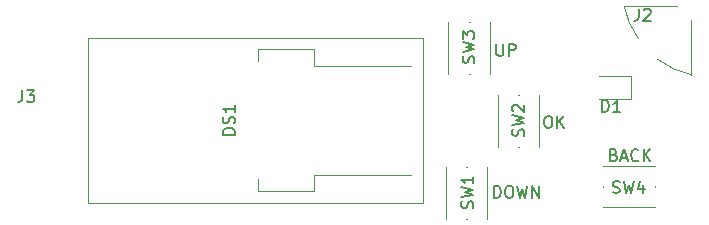
<source format=gto>
G04 #@! TF.GenerationSoftware,KiCad,Pcbnew,(5.1.10-1-10_14)*
G04 #@! TF.CreationDate,2021-11-14T21:27:09+03:00*
G04 #@! TF.ProjectId,IR_iButton,49525f69-4275-4747-946f-6e2e6b696361,rev?*
G04 #@! TF.SameCoordinates,Original*
G04 #@! TF.FileFunction,Legend,Top*
G04 #@! TF.FilePolarity,Positive*
%FSLAX46Y46*%
G04 Gerber Fmt 4.6, Leading zero omitted, Abs format (unit mm)*
G04 Created by KiCad (PCBNEW (5.1.10-1-10_14)) date 2021-11-14 21:27:09*
%MOMM*%
%LPD*%
G01*
G04 APERTURE LIST*
%ADD10C,0.150000*%
%ADD11C,0.120000*%
G04 APERTURE END LIST*
D10*
X224142857Y-113928571D02*
X224285714Y-113976190D01*
X224333333Y-114023809D01*
X224380952Y-114119047D01*
X224380952Y-114261904D01*
X224333333Y-114357142D01*
X224285714Y-114404761D01*
X224190476Y-114452380D01*
X223809523Y-114452380D01*
X223809523Y-113452380D01*
X224142857Y-113452380D01*
X224238095Y-113500000D01*
X224285714Y-113547619D01*
X224333333Y-113642857D01*
X224333333Y-113738095D01*
X224285714Y-113833333D01*
X224238095Y-113880952D01*
X224142857Y-113928571D01*
X223809523Y-113928571D01*
X224761904Y-114166666D02*
X225238095Y-114166666D01*
X224666666Y-114452380D02*
X225000000Y-113452380D01*
X225333333Y-114452380D01*
X226238095Y-114357142D02*
X226190476Y-114404761D01*
X226047619Y-114452380D01*
X225952380Y-114452380D01*
X225809523Y-114404761D01*
X225714285Y-114309523D01*
X225666666Y-114214285D01*
X225619047Y-114023809D01*
X225619047Y-113880952D01*
X225666666Y-113690476D01*
X225714285Y-113595238D01*
X225809523Y-113500000D01*
X225952380Y-113452380D01*
X226047619Y-113452380D01*
X226190476Y-113500000D01*
X226238095Y-113547619D01*
X226666666Y-114452380D02*
X226666666Y-113452380D01*
X227238095Y-114452380D02*
X226809523Y-113880952D01*
X227238095Y-113452380D02*
X226666666Y-114023809D01*
X214019047Y-117552380D02*
X214019047Y-116552380D01*
X214257142Y-116552380D01*
X214400000Y-116600000D01*
X214495238Y-116695238D01*
X214542857Y-116790476D01*
X214590476Y-116980952D01*
X214590476Y-117123809D01*
X214542857Y-117314285D01*
X214495238Y-117409523D01*
X214400000Y-117504761D01*
X214257142Y-117552380D01*
X214019047Y-117552380D01*
X215209523Y-116552380D02*
X215400000Y-116552380D01*
X215495238Y-116600000D01*
X215590476Y-116695238D01*
X215638095Y-116885714D01*
X215638095Y-117219047D01*
X215590476Y-117409523D01*
X215495238Y-117504761D01*
X215400000Y-117552380D01*
X215209523Y-117552380D01*
X215114285Y-117504761D01*
X215019047Y-117409523D01*
X214971428Y-117219047D01*
X214971428Y-116885714D01*
X215019047Y-116695238D01*
X215114285Y-116600000D01*
X215209523Y-116552380D01*
X215971428Y-116552380D02*
X216209523Y-117552380D01*
X216400000Y-116838095D01*
X216590476Y-117552380D01*
X216828571Y-116552380D01*
X217209523Y-117552380D02*
X217209523Y-116552380D01*
X217780952Y-117552380D01*
X217780952Y-116552380D01*
X214214285Y-104552380D02*
X214214285Y-105361904D01*
X214261904Y-105457142D01*
X214309523Y-105504761D01*
X214404761Y-105552380D01*
X214595238Y-105552380D01*
X214690476Y-105504761D01*
X214738095Y-105457142D01*
X214785714Y-105361904D01*
X214785714Y-104552380D01*
X215261904Y-105552380D02*
X215261904Y-104552380D01*
X215642857Y-104552380D01*
X215738095Y-104600000D01*
X215785714Y-104647619D01*
X215833333Y-104742857D01*
X215833333Y-104885714D01*
X215785714Y-104980952D01*
X215738095Y-105028571D01*
X215642857Y-105076190D01*
X215261904Y-105076190D01*
X218504761Y-110652380D02*
X218695238Y-110652380D01*
X218790476Y-110700000D01*
X218885714Y-110795238D01*
X218933333Y-110985714D01*
X218933333Y-111319047D01*
X218885714Y-111509523D01*
X218790476Y-111604761D01*
X218695238Y-111652380D01*
X218504761Y-111652380D01*
X218409523Y-111604761D01*
X218314285Y-111509523D01*
X218266666Y-111319047D01*
X218266666Y-110985714D01*
X218314285Y-110795238D01*
X218409523Y-110700000D01*
X218504761Y-110652380D01*
X219361904Y-111652380D02*
X219361904Y-110652380D01*
X219933333Y-111652380D02*
X219504761Y-111080952D01*
X219933333Y-110652380D02*
X219361904Y-111223809D01*
D11*
X194000000Y-106000000D02*
X194000000Y-105000000D01*
X194000000Y-105000000D02*
X198800000Y-105000000D01*
X198800000Y-105000000D02*
X198800000Y-106400000D01*
X198800000Y-106400000D02*
X207000000Y-106400000D01*
X194000000Y-116000000D02*
X194000000Y-117000000D01*
X194000000Y-117000000D02*
X198800000Y-117000000D01*
X198800000Y-117000000D02*
X198800000Y-115600000D01*
X198800000Y-115600000D02*
X207000000Y-115600000D01*
X179600000Y-104000000D02*
X208000000Y-104000000D01*
X208000000Y-104000000D02*
X208000000Y-118000000D01*
X208000000Y-118000000D02*
X179600000Y-118000000D01*
X179600000Y-118000000D02*
X179600000Y-104000000D01*
X225000001Y-101299999D02*
X229500000Y-101300000D01*
X230689418Y-107146065D02*
X230700000Y-102500000D01*
X230689418Y-107146065D02*
G75*
G02*
X227800001Y-105799999I1710582J7446065D01*
G01*
X226225798Y-104081691D02*
G75*
G02*
X225000001Y-101299999I6174202J4381691D01*
G01*
X211750000Y-119350000D02*
X211650000Y-119350000D01*
X209950000Y-114950000D02*
X209950000Y-119350000D01*
X213450000Y-119350000D02*
X213450000Y-114950000D01*
X211750000Y-114950000D02*
X211650000Y-114950000D01*
X223240000Y-116660000D02*
X223240000Y-116560000D01*
X227640000Y-114860000D02*
X223240000Y-114860000D01*
X223240000Y-118360000D02*
X227640000Y-118360000D01*
X227640000Y-116660000D02*
X227640000Y-116560000D01*
X211950000Y-107100000D02*
X211850000Y-107100000D01*
X210150000Y-102700000D02*
X210150000Y-107100000D01*
X213650000Y-107100000D02*
X213650000Y-102700000D01*
X211950000Y-102700000D02*
X211850000Y-102700000D01*
X216150000Y-113300000D02*
X216050000Y-113300000D01*
X214350000Y-108900000D02*
X214350000Y-113300000D01*
X217850000Y-113300000D02*
X217850000Y-108900000D01*
X216150000Y-108900000D02*
X216050000Y-108900000D01*
X225585000Y-107240000D02*
X222900000Y-107240000D01*
X225585000Y-109160000D02*
X225585000Y-107240000D01*
X222900000Y-109160000D02*
X225585000Y-109160000D01*
D10*
X192052380Y-112214285D02*
X191052380Y-112214285D01*
X191052380Y-111976190D01*
X191100000Y-111833333D01*
X191195238Y-111738095D01*
X191290476Y-111690476D01*
X191480952Y-111642857D01*
X191623809Y-111642857D01*
X191814285Y-111690476D01*
X191909523Y-111738095D01*
X192004761Y-111833333D01*
X192052380Y-111976190D01*
X192052380Y-112214285D01*
X192004761Y-111261904D02*
X192052380Y-111119047D01*
X192052380Y-110880952D01*
X192004761Y-110785714D01*
X191957142Y-110738095D01*
X191861904Y-110690476D01*
X191766666Y-110690476D01*
X191671428Y-110738095D01*
X191623809Y-110785714D01*
X191576190Y-110880952D01*
X191528571Y-111071428D01*
X191480952Y-111166666D01*
X191433333Y-111214285D01*
X191338095Y-111261904D01*
X191242857Y-111261904D01*
X191147619Y-111214285D01*
X191100000Y-111166666D01*
X191052380Y-111071428D01*
X191052380Y-110833333D01*
X191100000Y-110690476D01*
X192052380Y-109738095D02*
X192052380Y-110309523D01*
X192052380Y-110023809D02*
X191052380Y-110023809D01*
X191195238Y-110119047D01*
X191290476Y-110214285D01*
X191338095Y-110309523D01*
X226266666Y-101552380D02*
X226266666Y-102266666D01*
X226219047Y-102409523D01*
X226123809Y-102504761D01*
X225980952Y-102552380D01*
X225885714Y-102552380D01*
X226695238Y-101647619D02*
X226742857Y-101600000D01*
X226838095Y-101552380D01*
X227076190Y-101552380D01*
X227171428Y-101600000D01*
X227219047Y-101647619D01*
X227266666Y-101742857D01*
X227266666Y-101838095D01*
X227219047Y-101980952D01*
X226647619Y-102552380D01*
X227266666Y-102552380D01*
X212204761Y-118433333D02*
X212252380Y-118290476D01*
X212252380Y-118052380D01*
X212204761Y-117957142D01*
X212157142Y-117909523D01*
X212061904Y-117861904D01*
X211966666Y-117861904D01*
X211871428Y-117909523D01*
X211823809Y-117957142D01*
X211776190Y-118052380D01*
X211728571Y-118242857D01*
X211680952Y-118338095D01*
X211633333Y-118385714D01*
X211538095Y-118433333D01*
X211442857Y-118433333D01*
X211347619Y-118385714D01*
X211300000Y-118338095D01*
X211252380Y-118242857D01*
X211252380Y-118004761D01*
X211300000Y-117861904D01*
X211252380Y-117528571D02*
X212252380Y-117290476D01*
X211538095Y-117100000D01*
X212252380Y-116909523D01*
X211252380Y-116671428D01*
X212252380Y-115766666D02*
X212252380Y-116338095D01*
X212252380Y-116052380D02*
X211252380Y-116052380D01*
X211395238Y-116147619D01*
X211490476Y-116242857D01*
X211538095Y-116338095D01*
X224066666Y-117104761D02*
X224209523Y-117152380D01*
X224447619Y-117152380D01*
X224542857Y-117104761D01*
X224590476Y-117057142D01*
X224638095Y-116961904D01*
X224638095Y-116866666D01*
X224590476Y-116771428D01*
X224542857Y-116723809D01*
X224447619Y-116676190D01*
X224257142Y-116628571D01*
X224161904Y-116580952D01*
X224114285Y-116533333D01*
X224066666Y-116438095D01*
X224066666Y-116342857D01*
X224114285Y-116247619D01*
X224161904Y-116200000D01*
X224257142Y-116152380D01*
X224495238Y-116152380D01*
X224638095Y-116200000D01*
X224971428Y-116152380D02*
X225209523Y-117152380D01*
X225400000Y-116438095D01*
X225590476Y-117152380D01*
X225828571Y-116152380D01*
X226638095Y-116485714D02*
X226638095Y-117152380D01*
X226400000Y-116104761D02*
X226161904Y-116819047D01*
X226780952Y-116819047D01*
X212304761Y-106133333D02*
X212352380Y-105990476D01*
X212352380Y-105752380D01*
X212304761Y-105657142D01*
X212257142Y-105609523D01*
X212161904Y-105561904D01*
X212066666Y-105561904D01*
X211971428Y-105609523D01*
X211923809Y-105657142D01*
X211876190Y-105752380D01*
X211828571Y-105942857D01*
X211780952Y-106038095D01*
X211733333Y-106085714D01*
X211638095Y-106133333D01*
X211542857Y-106133333D01*
X211447619Y-106085714D01*
X211400000Y-106038095D01*
X211352380Y-105942857D01*
X211352380Y-105704761D01*
X211400000Y-105561904D01*
X211352380Y-105228571D02*
X212352380Y-104990476D01*
X211638095Y-104800000D01*
X212352380Y-104609523D01*
X211352380Y-104371428D01*
X211352380Y-104085714D02*
X211352380Y-103466666D01*
X211733333Y-103800000D01*
X211733333Y-103657142D01*
X211780952Y-103561904D01*
X211828571Y-103514285D01*
X211923809Y-103466666D01*
X212161904Y-103466666D01*
X212257142Y-103514285D01*
X212304761Y-103561904D01*
X212352380Y-103657142D01*
X212352380Y-103942857D01*
X212304761Y-104038095D01*
X212257142Y-104085714D01*
X216504761Y-112333333D02*
X216552380Y-112190476D01*
X216552380Y-111952380D01*
X216504761Y-111857142D01*
X216457142Y-111809523D01*
X216361904Y-111761904D01*
X216266666Y-111761904D01*
X216171428Y-111809523D01*
X216123809Y-111857142D01*
X216076190Y-111952380D01*
X216028571Y-112142857D01*
X215980952Y-112238095D01*
X215933333Y-112285714D01*
X215838095Y-112333333D01*
X215742857Y-112333333D01*
X215647619Y-112285714D01*
X215600000Y-112238095D01*
X215552380Y-112142857D01*
X215552380Y-111904761D01*
X215600000Y-111761904D01*
X215552380Y-111428571D02*
X216552380Y-111190476D01*
X215838095Y-111000000D01*
X216552380Y-110809523D01*
X215552380Y-110571428D01*
X215647619Y-110238095D02*
X215600000Y-110190476D01*
X215552380Y-110095238D01*
X215552380Y-109857142D01*
X215600000Y-109761904D01*
X215647619Y-109714285D01*
X215742857Y-109666666D01*
X215838095Y-109666666D01*
X215980952Y-109714285D01*
X216552380Y-110285714D01*
X216552380Y-109666666D01*
X223161904Y-110302380D02*
X223161904Y-109302380D01*
X223400000Y-109302380D01*
X223542857Y-109350000D01*
X223638095Y-109445238D01*
X223685714Y-109540476D01*
X223733333Y-109730952D01*
X223733333Y-109873809D01*
X223685714Y-110064285D01*
X223638095Y-110159523D01*
X223542857Y-110254761D01*
X223400000Y-110302380D01*
X223161904Y-110302380D01*
X224685714Y-110302380D02*
X224114285Y-110302380D01*
X224400000Y-110302380D02*
X224400000Y-109302380D01*
X224304761Y-109445238D01*
X224209523Y-109540476D01*
X224114285Y-109588095D01*
X174066666Y-108452380D02*
X174066666Y-109166666D01*
X174019047Y-109309523D01*
X173923809Y-109404761D01*
X173780952Y-109452380D01*
X173685714Y-109452380D01*
X174447619Y-108452380D02*
X175066666Y-108452380D01*
X174733333Y-108833333D01*
X174876190Y-108833333D01*
X174971428Y-108880952D01*
X175019047Y-108928571D01*
X175066666Y-109023809D01*
X175066666Y-109261904D01*
X175019047Y-109357142D01*
X174971428Y-109404761D01*
X174876190Y-109452380D01*
X174590476Y-109452380D01*
X174495238Y-109404761D01*
X174447619Y-109357142D01*
M02*

</source>
